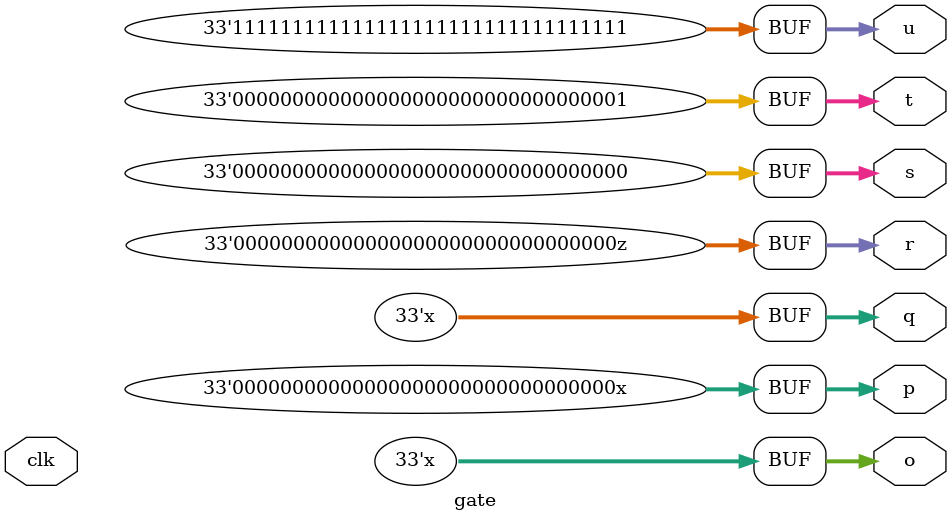
<source format=v>
module gate(input clk, output [32:0] o, p, q, r, s, t, u);
assign o = 'bx;
assign p = 1'bx;
assign q = 'bz;
assign r = 1'bz;
assign s = 1'b0;
assign t = 'b1;
assign u = -'sb1;
endmodule

</source>
